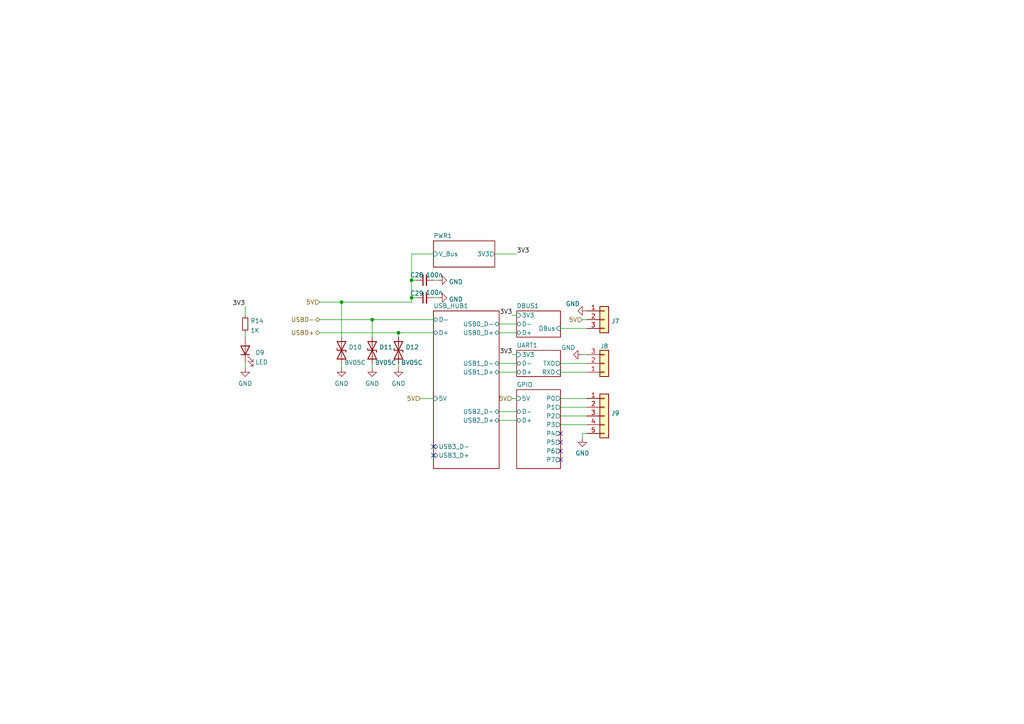
<source format=kicad_sch>
(kicad_sch (version 20211123) (generator eeschema)
  (paper "A4")
  (lib_symbols
    (symbol "Connector_Generic:Conn_01x03" (pin_names (offset 1.016) hide)
      (property "Reference" "J" (at 0 5.08 0))
      (property "Value" "Conn_01x03" (at 0 -5.08 0))
      (symbol "Conn_01x03_1_1"
        (rectangle (start -1.27 -2.413) (end 0 -2.667) (stroke (width 0.1524)))
        (rectangle (start -1.27 0.127) (end 0 -0.127) (stroke (width 0.1524)))
        (rectangle (start -1.27 2.667) (end 0 2.413) (stroke (width 0.1524)))
        (rectangle (start -1.27 3.81) (end 1.27 -3.81) (stroke (width 0.254)) (fill (type background)))
        (pin passive line (at -5.08 2.54 0) (length 3.81) (name "Pin_1") (number "1"))
        (pin passive line (at -5.08 0 0) (length 3.81) (name "Pin_2") (number "2"))
        (pin passive line (at -5.08 -2.54 0) (length 3.81) (name "Pin_3") (number "3"))
      )
    )
    (symbol "Connector_Generic:Conn_01x05" (pin_names (offset 1.016) hide)
      (property "Reference" "J" (at 0 7.62 0))
      (property "Value" "Conn_01x05" (at 0 -7.62 0))
      (symbol "Conn_01x05_1_1"
        (rectangle (start -1.27 -4.953) (end 0 -5.207) (stroke (width 0.1524)))
        (rectangle (start -1.27 -2.413) (end 0 -2.667) (stroke (width 0.1524)))
        (rectangle (start -1.27 0.127) (end 0 -0.127) (stroke (width 0.1524)))
        (rectangle (start -1.27 2.667) (end 0 2.413) (stroke (width 0.1524)))
        (rectangle (start -1.27 5.207) (end 0 4.953) (stroke (width 0.1524)))
        (rectangle (start -1.27 6.35) (end 1.27 -6.35) (stroke (width 0.254)) (fill (type background)))
        (pin passive line (at -5.08 5.08 0) (length 3.81) (name "Pin_1") (number "1"))
        (pin passive line (at -5.08 2.54 0) (length 3.81) (name "Pin_2") (number "2"))
        (pin passive line (at -5.08 0 0) (length 3.81) (name "Pin_3") (number "3"))
        (pin passive line (at -5.08 -2.54 0) (length 3.81) (name "Pin_4") (number "4"))
        (pin passive line (at -5.08 -5.08 0) (length 3.81) (name "Pin_5") (number "5"))
      )
    )
    (symbol "Device:C_Small" (pin_numbers hide) (pin_names (offset 0.254) hide)
      (property "Reference" "C" (at 0.254 1.778 0))
      (property "Value" "C_Small" (at 0.254 -2.032 0))
      (symbol "C_Small_0_1"
        (polyline (pts (xy -1.524 -0.508) (xy 1.524 -0.508)) (stroke (width 0.3302)))
        (polyline (pts (xy -1.524 0.508) (xy 1.524 0.508)) (stroke (width 0.3048)))
      )
      (symbol "C_Small_1_1"
        (pin passive line (at 0 2.54 270) (length 2.032) (name "~") (number "1"))
        (pin passive line (at 0 -2.54 90) (length 2.032) (name "~") (number "2"))
      )
    )
    (symbol "Device:D_TVS" (pin_numbers hide) (pin_names (offset 1.016) hide)
      (property "Reference" "D" (at 0 2.54 0))
      (property "Value" "D_TVS" (at 0 -2.54 0))
      (symbol "D_TVS_0_1"
        (polyline (pts (xy 1.27 0) (xy -1.27 0)))
        (polyline (pts (xy 0.508 1.27) (xy 0 1.27) (xy 0 -1.27) (xy -0.508 -1.27)) (stroke (width 0.254)))
        (polyline (pts (xy -2.54 1.27) (xy -2.54 -1.27) (xy 2.54 1.27) (xy 2.54 -1.27) (xy -2.54 1.27)) (stroke (width 0.254)))
      )
      (symbol "D_TVS_1_1"
        (pin passive line (at -3.81 0 0) (length 2.54) (name "A1") (number "1"))
        (pin passive line (at 3.81 0 180) (length 2.54) (name "A2") (number "2"))
      )
    )
    (symbol "Device:LED" (pin_numbers hide) (pin_names (offset 1.016) hide)
      (property "Reference" "D" (at 0 2.54 0))
      (property "Value" "LED" (at 0 -2.54 0))
      (symbol "LED_0_1"
        (polyline (pts (xy -1.27 -1.27) (xy -1.27 1.27)) (stroke (width 0.254)))
        (polyline (pts (xy -1.27 0) (xy 1.27 0)))
        (polyline (pts (xy 1.27 -1.27) (xy 1.27 1.27) (xy -1.27 0) (xy 1.27 -1.27)) (stroke (width 0.254)))
        (polyline (pts (xy -3.048 -0.762) (xy -4.572 -2.286) (xy -3.81 -2.286) (xy -4.572 -2.286) (xy -4.572 -1.524)))
        (polyline (pts (xy -1.778 -0.762) (xy -3.302 -2.286) (xy -2.54 -2.286) (xy -3.302 -2.286) (xy -3.302 -1.524)))
      )
      (symbol "LED_1_1"
        (pin passive line (at -3.81 0 0) (length 2.54) (name "K") (number "1"))
        (pin passive line (at 3.81 0 180) (length 2.54) (name "A") (number "2"))
      )
    )
    (symbol "Device:R_Small" (pin_numbers hide) (pin_names (offset 0.254) hide)
      (property "Reference" "R" (at 0.762 0.508 0))
      (property "Value" "R_Small" (at 0.762 -1.016 0))
      (symbol "R_Small_0_1"
        (rectangle (start -0.762 1.778) (end 0.762 -1.778) (stroke (width 0.2032)))
      )
      (symbol "R_Small_1_1"
        (pin passive line (at 0 2.54 270) (length 0.762) (name "~") (number "1"))
        (pin passive line (at 0 -2.54 90) (length 0.762) (name "~") (number "2"))
      )
    )
    (symbol "power:GND" (power) (pin_names (offset 0))
      (property "Value" "GND" (at 0 -3.81 0))
      (symbol "GND_0_1"
        (polyline (pts (xy 0 0) (xy 0 -1.27) (xy 1.27 -1.27) (xy 0 -2.54) (xy -1.27 -1.27) (xy 0 -1.27)))
      )
      (symbol "GND_1_1"
        (pin power_in line (at 0 0 270) (length 0) hide (name "GND") (number "1"))
      )
    )
  )
  (junction (at 119.38 86.36))
  (junction (at 99.06 87.63))
  (junction (at 119.38 81.28))
  (junction (at 115.57 96.52))
  (junction (at 107.95 92.71))
  (no_connect (at 162.56 130.81))
  (no_connect (at 162.56 128.27))
  (no_connect (at 125.73 129.54))
  (no_connect (at 125.73 132.08))
  (no_connect (at 162.56 133.35))
  (no_connect (at 162.56 125.73))
  (wire (pts (xy 119.38 81.28) (xy 119.38 86.36)))
  (wire (pts (xy 119.38 81.28) (xy 120.65 81.28)))
  (wire (pts (xy 119.38 73.66) (xy 119.38 81.28)))
  (wire (pts (xy 162.56 123.19) (xy 170.18 123.19)))
  (wire (pts (xy 99.06 87.63) (xy 99.06 97.79)))
  (wire (pts (xy 144.78 119.38) (xy 149.86 119.38)))
  (wire (pts (xy 71.12 88.9) (xy 71.12 91.44)))
  (wire (pts (xy 162.56 107.95) (xy 170.18 107.95)))
  (wire (pts (xy 107.95 92.71) (xy 125.73 92.71)))
  (wire (pts (xy 162.56 120.65) (xy 170.18 120.65)))
  (wire (pts (xy 99.06 87.63) (xy 119.38 87.63)))
  (wire (pts (xy 148.59 115.57) (xy 149.86 115.57)))
  (wire (pts (xy 121.92 115.57) (xy 125.73 115.57)))
  (wire (pts (xy 107.95 92.71) (xy 107.95 97.79)))
  (wire (pts (xy 148.59 91.44) (xy 149.86 91.44)))
  (wire (pts (xy 148.59 102.87) (xy 149.86 102.87)))
  (wire (pts (xy 168.91 102.87) (xy 170.18 102.87)))
  (wire (pts (xy 119.38 73.66) (xy 125.73 73.66)))
  (wire (pts (xy 92.71 87.63) (xy 99.06 87.63)))
  (wire (pts (xy 168.91 92.71) (xy 170.18 92.71)))
  (wire (pts (xy 162.56 105.41) (xy 170.18 105.41)))
  (wire (pts (xy 143.51 73.66) (xy 149.86 73.66)))
  (wire (pts (xy 144.78 121.92) (xy 149.86 121.92)))
  (wire (pts (xy 144.78 93.98) (xy 149.86 93.98)))
  (wire (pts (xy 125.73 81.28) (xy 127 81.28)))
  (wire (pts (xy 162.56 95.25) (xy 170.18 95.25)))
  (wire (pts (xy 71.12 105.41) (xy 71.12 106.68)))
  (wire (pts (xy 71.12 96.52) (xy 71.12 97.79)))
  (wire (pts (xy 162.56 118.11) (xy 170.18 118.11)))
  (wire (pts (xy 92.71 92.71) (xy 107.95 92.71)))
  (wire (pts (xy 125.73 86.36) (xy 127 86.36)))
  (wire (pts (xy 115.57 96.52) (xy 115.57 97.79)))
  (wire (pts (xy 168.91 127) (xy 168.91 125.73)))
  (wire (pts (xy 115.57 105.41) (xy 115.57 106.68)))
  (wire (pts (xy 119.38 87.63) (xy 119.38 86.36)))
  (wire (pts (xy 168.91 125.73) (xy 170.18 125.73)))
  (wire (pts (xy 144.78 107.95) (xy 149.86 107.95)))
  (wire (pts (xy 107.95 105.41) (xy 107.95 106.68)))
  (wire (pts (xy 162.56 115.57) (xy 170.18 115.57)))
  (wire (pts (xy 115.57 96.52) (xy 125.73 96.52)))
  (wire (pts (xy 92.71 96.52) (xy 115.57 96.52)))
  (wire (pts (xy 99.06 105.41) (xy 99.06 106.68)))
  (wire (pts (xy 144.78 105.41) (xy 149.86 105.41)))
  (wire (pts (xy 144.78 96.52) (xy 149.86 96.52)))
  (wire (pts (xy 119.38 86.36) (xy 120.65 86.36)))
  (label "3V3" (at 149.86 73.66 0))
  (label "3V3" (at 148.59 91.44 180))
  (label "3V3" (at 148.59 102.87 180))
  (label "3V3" (at 71.12 88.9 180))
  (hierarchical_label "USBD+" (shape bidirectional) (at 92.71 96.52 180))
  (hierarchical_label "5V" (shape input) (at 92.71 87.63 180))
  (hierarchical_label "5V" (shape input) (at 168.91 92.71 180))
  (hierarchical_label "USBD-" (shape bidirectional) (at 92.71 92.71 180))
  (hierarchical_label "5V" (shape input) (at 121.92 115.57 180))
  (hierarchical_label "5V" (shape input) (at 148.59 115.57 180))
  (symbol (lib_id "power:GND") (at 71.12 106.68 0) (unit 1)
    (property "Reference" "#PWR055" (effects hide))
    (property "Value" "GND" (at 71.12 111.2425 0))
  )
  (symbol (lib_id "power:GND") (at 127 81.28 90) (unit 1)
    (property "Reference" "#PWR051" (effects hide))
    (property "Value" "GND" (at 130.175 81.759 90) (effects (justify right)))
  )
  (symbol (lib_id "power:GND") (at 99.06 106.68 0) (unit 1)
    (property "Reference" "#PWR056" (effects hide))
    (property "Value" "GND" (at 99.06 111.2425 0))
  )
  (symbol (lib_id "power:GND") (at 115.57 106.68 0) (unit 1)
    (property "Reference" "#PWR058" (effects hide))
    (property "Value" "GND" (at 115.57 111.2425 0))
  )
  (symbol (lib_id "Device:C_Small") (at 123.19 81.28 90) (unit 1)
    (property "Reference" "C28" (at 120.904 79.756 90))
    (property "Value" "100n" (at 125.984 79.756 90))
    (property "Footprint" "Capacitor_SMD:C_0603_1608Metric" (effects hide))
  )
  (symbol (lib_id "power:GND") (at 168.91 127 0) (unit 1)
    (property "Reference" "#PWR0101" (effects hide))
    (property "Value" "GND" (at 168.91 131.4434 0))
  )
  (symbol (lib_id "Device:D_TVS") (at 115.57 101.6 90) (unit 1)
    (property "Reference" "D12" (at 117.602 100.6915 90) (effects (justify right)))
    (property "Value" "BV05C" (at 116.332 105.156 90) (effects (justify right)))
    (property "Footprint" "Diode_SMD:D_SOD-323" (effects hide))
  )
  (symbol (lib_id "power:GND") (at 168.91 102.87 270) (unit 1)
    (property "Reference" "#PWR054" (effects hide))
    (property "Value" "GND" (at 166.878 100.838 90) (effects (justify right)))
  )
  (symbol (lib_id "Device:R_Small") (at 71.12 93.98 0) (unit 1)
    (property "Reference" "R14" (at 72.6186 93.0715 0) (effects (justify left)))
    (property "Value" "1K" (at 72.6186 95.8466 0) (effects (justify left)))
    (property "Footprint" "Resistor_SMD:R_0603_1608Metric" (effects hide))
  )
  (symbol (lib_id "power:GND") (at 127 86.36 90) (unit 1)
    (property "Reference" "#PWR052" (effects hide))
    (property "Value" "GND" (at 130.175 86.839 90) (effects (justify right)))
  )
  (symbol (lib_id "Device:LED") (at 71.12 101.6 90) (unit 1)
    (property "Reference" "D9" (at 74.041 102.279 90) (effects (justify right)))
    (property "Value" "LED" (at 74.041 105.0541 90) (effects (justify right)))
    (property "Footprint" "LED_SMD:LED_0603_1608Metric" (effects hide))
  )
  (symbol (lib_id "power:GND") (at 107.95 106.68 0) (unit 1)
    (property "Reference" "#PWR057" (effects hide))
    (property "Value" "GND" (at 107.95 111.2425 0))
  )
  (symbol (lib_id "power:GND") (at 170.18 90.17 270) (unit 1)
    (property "Reference" "#PWR053" (effects hide))
    (property "Value" "GND" (at 168.148 88.138 90) (effects (justify right)))
  )
  (symbol (lib_id "Connector_Generic:Conn_01x05") (at 175.26 120.65 0) (unit 1)
    (property "Reference" "J9" (at 177.292 119.8153 0) (effects (justify left)))
    (property "Value" "Conn_01x05" (effects hide))
    (property "Footprint" "Connector_JST:JST_GH_SM05B-GHS-TB_1x05-1MP_P1.25mm_Horizontal" (effects hide))
  )
  (symbol (lib_id "Connector_Generic:Conn_01x03") (at 175.26 92.71 0) (unit 1)
    (property "Reference" "J7" (at 177.292 93.189 0) (effects (justify left)))
    (property "Value" "Conn_01x03" (effects hide))
    (property "Footprint" "Connector_JST:JST_GH_SM03B-GHS-TB_1x03-1MP_P1.25mm_Horizontal" (effects hide))
  )
  (symbol (lib_id "Device:D_TVS") (at 107.95 101.6 90) (unit 1)
    (property "Reference" "D11" (at 109.982 100.6915 90) (effects (justify right)))
    (property "Value" "BV05C" (at 108.712 105.156 90) (effects (justify right)))
    (property "Footprint" "Diode_SMD:D_SOD-323" (effects hide))
  )
  (symbol (lib_id "Device:C_Small") (at 123.19 86.36 90) (unit 1)
    (property "Reference" "C29" (at 120.904 85.09 90))
    (property "Value" "100n" (at 125.984 84.836 90))
    (property "Footprint" "Capacitor_SMD:C_0603_1608Metric" (effects hide))
  )
  (symbol (lib_id "Device:D_TVS") (at 99.06 101.6 90) (unit 1)
    (property "Reference" "D10" (at 101.092 100.6915 90) (effects (justify right)))
    (property "Value" "BV05C" (at 99.822 105.156 90) (effects (justify right)))
    (property "Footprint" "Diode_SMD:D_SOD-323" (effects hide))
  )
  (symbol (lib_id "Connector_Generic:Conn_01x03") (at 175.26 105.41 0) (mirror x) (unit 1)
    (property "Reference" "J8" (at 175.26 100.4085 0))
    (property "Value" "Conn_01x03" (effects hide))
    (property "Footprint" "Connector_JST:JST_GH_SM03B-GHS-TB_1x03-1MP_P1.25mm_Horizontal" (effects hide))
  )
  (sheet (at 149.86 101.6) (size 12.7 7.62) (stroke (width 0.1524))
    (property "Sheet name" "UART1" (at 149.86 100.8884 0) (effects (justify left bottom)))
    (property "Sheet file" "subsch/UART.kicad_sch" (effects hide))
    (pin "D-" bidirectional (at 149.86 105.41 180))
    (pin "D+" bidirectional (at 149.86 107.95 180))
    (pin "TXD" output (at 162.56 105.41 0))
    (pin "RXD" input (at 162.56 107.95 0))
    (pin "3V3" input (at 149.86 102.87 180))
  )
  (sheet (at 125.73 90.17) (size 19.05 45.72) (stroke (width 0.1524))
    (property "Sheet name" "USB_HUB1" (at 125.73 89.4584 0) (effects (justify left bottom)))
    (property "Sheet file" "subsch/USB_HUB.kicad_sch" (effects hide))
    (pin "D+" bidirectional (at 125.73 96.52 180))
    (pin "D-" bidirectional (at 125.73 92.71 180))
    (pin "USB1_D+" bidirectional (at 144.78 107.95 0))
    (pin "USB1_D-" bidirectional (at 144.78 105.41 0))
    (pin "USB0_D-" bidirectional (at 144.78 93.98 0))
    (pin "USB0_D+" bidirectional (at 144.78 96.52 0))
    (pin "USB2_D-" bidirectional (at 144.78 119.38 0))
    (pin "USB2_D+" bidirectional (at 144.78 121.92 0))
    (pin "USB3_D-" bidirectional (at 125.73 129.54 180))
    (pin "USB3_D+" bidirectional (at 125.73 132.08 180))
    (pin "5V" input (at 125.73 115.57 180))
  )
  (sheet (at 149.86 113.03) (size 12.7 22.86) (stroke (width 0.1524))
    (property "Sheet name" "GPIO" (at 149.86 112.3184 0) (effects (justify left bottom)))
    (property "Sheet file" "subsch/GPIO.kicad_sch" (effects hide))
    (pin "5V" input (at 149.86 115.57 180))
    (pin "P0" output (at 162.56 115.57 0))
    (pin "P6" output (at 162.56 130.81 0))
    (pin "P1" output (at 162.56 118.11 0))
    (pin "P2" output (at 162.56 120.65 0))
    (pin "P3" output (at 162.56 123.19 0))
    (pin "P4" output (at 162.56 125.73 0))
    (pin "P5" output (at 162.56 128.27 0))
    (pin "P7" output (at 162.56 133.35 0))
    (pin "D-" bidirectional (at 149.86 119.38 180))
    (pin "D+" bidirectional (at 149.86 121.92 180))
  )
  (sheet (at 125.73 69.85) (size 17.78 7.62) (stroke (width 0.1524))
    (property "Sheet name" "PWR1" (at 125.73 69.1384 0) (effects (justify left bottom)))
    (property "Sheet file" "subsch/PWR.kicad_sch" (effects hide))
    (pin "V_Bus" input (at 125.73 73.66 180))
    (pin "3V3" output (at 143.51 73.66 0))
  )
  (sheet (at 149.86 90.17) (size 12.7 7.62) (stroke (width 0.1524))
    (property "Sheet name" "DBUS1" (at 149.86 89.4584 0) (effects (justify left bottom)))
    (property "Sheet file" "subsch/DBUS.kicad_sch" (effects hide))
    (pin "D-" bidirectional (at 149.86 93.98 180))
    (pin "D+" bidirectional (at 149.86 96.52 180))
    (pin "DBus" input (at 162.56 95.25 0))
    (pin "3V3" input (at 149.86 91.44 180))
  )
)
</source>
